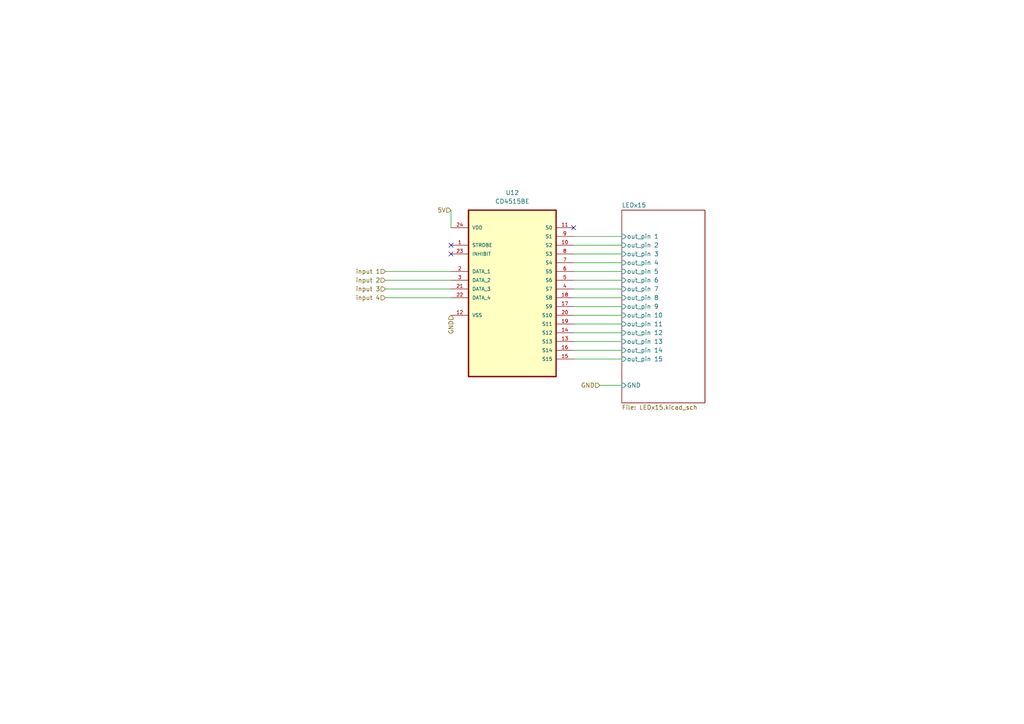
<source format=kicad_sch>
(kicad_sch (version 20230121) (generator eeschema)
  (paper "A4")
  (lib_symbols
    (symbol "CD4515BE:CD4515BE" (pin_names (offset 1.016))
      (property "Reference" "U" (at -4.8856 22.4176 0))
      (property "Value" "CD4515BE" (at -7.0123 -30.8185 0))
      (symbol "CD4515BE_0_0"
        (rectangle (start -12.7 -27.94) (end 12.7 20.32) (stroke (width 0.4064)) (fill (type background)))
        (pin input line (at -17.78 10.16 0) (length 5.08) (name "STROBE") (number "1"))
        (pin output line (at 17.78 10.16 180) (length 5.08) (name "S2") (number "10"))
        (pin output line (at 17.78 15.24 180) (length 5.08) (name "S0") (number "11"))
        (pin power_in line (at -17.78 -10.16 0) (length 5.08) (name "VSS") (number "12"))
        (pin output line (at 17.78 -17.78 180) (length 5.08) (name "S13") (number "13"))
        (pin output line (at 17.78 -15.24 180) (length 5.08) (name "S12") (number "14"))
        (pin output line (at 17.78 -22.86 180) (length 5.08) (name "S15") (number "15"))
        (pin output line (at 17.78 -20.32 180) (length 5.08) (name "S14") (number "16"))
        (pin output line (at 17.78 -7.62 180) (length 5.08) (name "S9") (number "17"))
        (pin output line (at 17.78 -5.08 180) (length 5.08) (name "S8") (number "18"))
        (pin output line (at 17.78 -12.7 180) (length 5.08) (name "S11") (number "19"))
        (pin input line (at -17.78 2.54 0) (length 5.08) (name "DATA_1") (number "2"))
        (pin output line (at 17.78 -10.16 180) (length 5.08) (name "S10") (number "20"))
        (pin input line (at -17.78 -2.54 0) (length 5.08) (name "DATA_3") (number "21"))
        (pin input line (at -17.78 -5.08 0) (length 5.08) (name "DATA_4") (number "22"))
        (pin input line (at -17.78 7.62 0) (length 5.08) (name "INHIBIT") (number "23"))
        (pin power_in line (at -17.78 15.24 0) (length 5.08) (name "VDD") (number "24"))
        (pin input line (at -17.78 0 0) (length 5.08) (name "DATA_2") (number "3"))
        (pin output line (at 17.78 -2.54 180) (length 5.08) (name "S7") (number "4"))
        (pin output line (at 17.78 0 180) (length 5.08) (name "S6") (number "5"))
        (pin output line (at 17.78 2.54 180) (length 5.08) (name "S5") (number "6"))
        (pin output line (at 17.78 5.08 180) (length 5.08) (name "S4") (number "7"))
        (pin output line (at 17.78 7.62 180) (length 5.08) (name "S3") (number "8"))
        (pin output line (at 17.78 12.7 180) (length 5.08) (name "S1") (number "9"))
      )
    )
  )
  (no_connect (at 130.81 73.66))
  (no_connect (at 130.81 71.12))
  (no_connect (at 166.37 66.04))
  (wire (pts (xy 166.37 99.06) (xy 180.34 99.06)))
  (wire (pts (xy 166.37 86.36) (xy 180.34 86.36)))
  (wire (pts (xy 166.37 83.82) (xy 180.34 83.82)))
  (wire (pts (xy 111.76 81.28) (xy 130.81 81.28)))
  (wire (pts (xy 111.76 83.82) (xy 130.81 83.82)))
  (wire (pts (xy 166.37 101.6) (xy 180.34 101.6)))
  (wire (pts (xy 130.81 66.04) (xy 130.81 60.96)))
  (wire (pts (xy 166.37 71.12) (xy 180.34 71.12)))
  (wire (pts (xy 166.37 91.44) (xy 180.34 91.44)))
  (wire (pts (xy 166.37 68.58) (xy 180.34 68.58)))
  (wire (pts (xy 166.37 104.14) (xy 180.34 104.14)))
  (wire (pts (xy 166.37 93.98) (xy 180.34 93.98)))
  (wire (pts (xy 166.37 81.28) (xy 180.34 81.28)))
  (wire (pts (xy 166.37 88.9) (xy 180.34 88.9)))
  (wire (pts (xy 111.76 86.36) (xy 130.81 86.36)))
  (wire (pts (xy 166.37 78.74) (xy 180.34 78.74)))
  (wire (pts (xy 166.37 76.2) (xy 180.34 76.2)))
  (wire (pts (xy 166.37 73.66) (xy 180.34 73.66)))
  (wire (pts (xy 111.76 78.74) (xy 130.81 78.74)))
  (wire (pts (xy 173.99 111.76) (xy 180.34 111.76)))
  (wire (pts (xy 166.37 96.52) (xy 180.34 96.52)))
  (hierarchical_label "5V" (shape input) (at 130.81 60.96 180))
  (hierarchical_label "input 4" (shape input) (at 111.76 86.36 180))
  (hierarchical_label "GND" (shape input) (at 130.81 91.44 270))
  (hierarchical_label "GND" (shape input) (at 173.99 111.76 180))
  (hierarchical_label "input 3" (shape input) (at 111.76 83.82 180))
  (hierarchical_label "input 1" (shape input) (at 111.76 78.74 180))
  (hierarchical_label "input 2" (shape input) (at 111.76 81.28 180))
  (symbol (lib_id "CD4515BE:CD4515BE") (at 148.59 81.28 0) (unit 1)
    (property "Reference" "U12" (at 148.59 55.88 0))
    (property "Value" "CD4515BE" (at 148.59 58.42 0))
    (property "Footprint" "CD4515BE:DIP254P1080X508-24" (effects hide))
    (property "MF" "Texas Instruments" (effects hide))
    (property "Description" "\nDecoder/Demultiplexer 1 x 4:16 24-PDIP\n" (effects hide))
    (property "PACKAGE" "24-DIP" (effects hide))
    (property "MPN" "CD4515BE" (effects hide))
    (property "Price" "None" (effects hide))
    (property "Package" "DIP-24 Texas Instruments" (effects hide))
    (property "OC_FARNELL" "1739796" (effects hide))
    (property "SnapEDA_Link" "https://www.snapeda.com/parts/CD4515BE/Texas+Instruments/view-part/?ref=snap" (effects hide))
    (property "MP" "CD4515BE" (effects hide))
    (property "Purchase-URL" "https://www.snapeda.com/api/url_track_click_mouser/?unipart_id=681410&manufacturer=Texas Instruments&part_name=CD4515BE&search_term=cd4515be" (effects hide))
    (property "SUPPLIER" "Texas Instruments" (effects hide))
    (property "OC_NEWARK" "06F2671" (effects hide))
    (property "Availability" "In Stock" (effects hide))
    (property "Check_prices" "https://www.snapeda.com/parts/CD4515BE/Texas+Instruments/view-part/?ref=eda" (effects hide))
  )
  (sheet (at 180.34 60.96) (size 24.13 55.88) (stroke (width 0.1524))
    (property "Sheetname" "LEDx15" (at 180.34 60.2484 0) (effects (justify left bottom)))
    (property "Sheetfile" "LEDx15.kicad_sch" (at 180.34 117.4246 0) (effects (justify left top)))
    (pin "out_pin 15" input (at 180.34 104.14 180))
    (pin "out_pin 14" input (at 180.34 101.6 180))
    (pin "out_pin 12" input (at 180.34 96.52 180))
    (pin "out_pin 13" input (at 180.34 99.06 180))
    (pin "out_pin 11" input (at 180.34 93.98 180))
    (pin "out_pin 8" input (at 180.34 86.36 180))
    (pin "out_pin 7" input (at 180.34 83.82 180))
    (pin "out_pin 10" input (at 180.34 91.44 180))
    (pin "out_pin 9" input (at 180.34 88.9 180))
    (pin "out_pin 4" input (at 180.34 76.2 180))
    (pin "out_pin 5" input (at 180.34 78.74 180))
    (pin "out_pin 6" input (at 180.34 81.28 180))
    (pin "out_pin 3" input (at 180.34 73.66 180))
    (pin "out_pin 2" input (at 180.34 71.12 180))
    (pin "out_pin 1" input (at 180.34 68.58 180))
    (pin "GND" input (at 180.34 111.76 180))
  )
)
</source>
